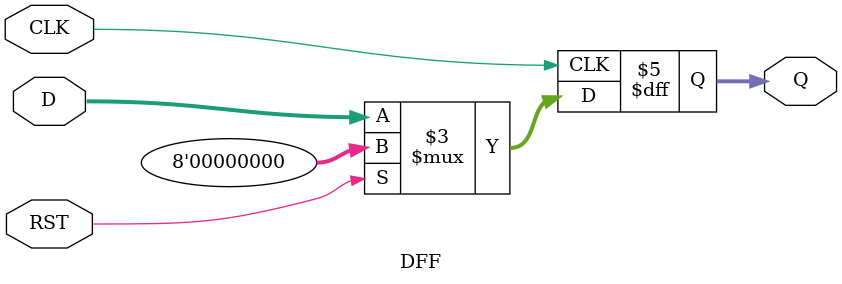
<source format=sv>
`timescale 1ns / 1ps


module DFF #(parameter DataWidth=8)
(
 input CLK,
 input RST,
 input  [DataWidth-1:0] D,
 output reg [DataWidth-1:0] Q
);

always @(posedge CLK) begin
     if(RST) Q<=0;
     else Q<=D;
end

endmodule


</source>
